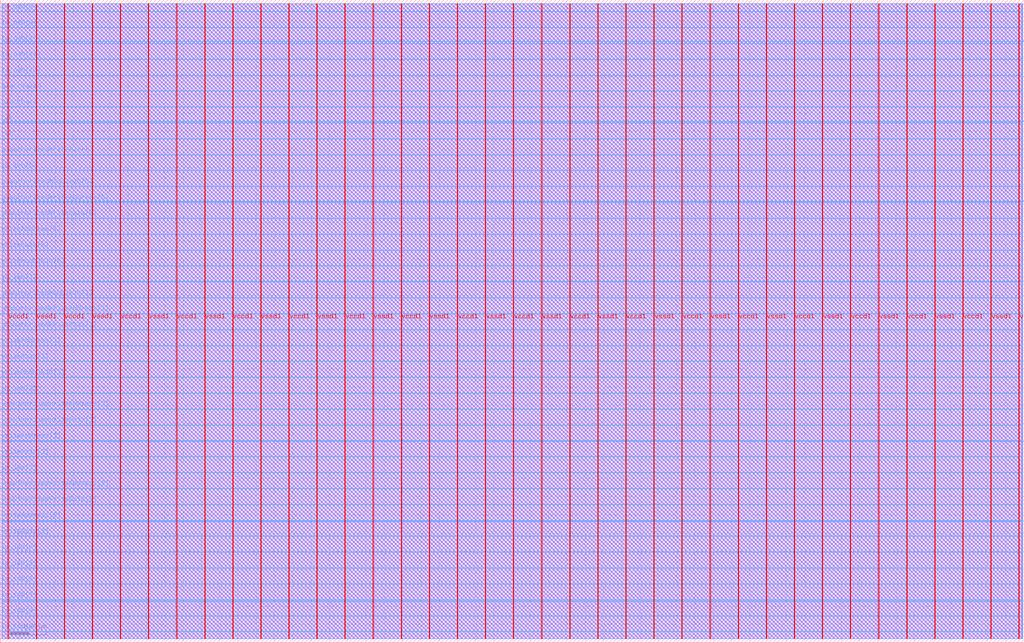
<source format=lef>
VERSION 5.7 ;
  NOWIREEXTENSIONATPIN ON ;
  DIVIDERCHAR "/" ;
  BUSBITCHARS "[]" ;
MACRO MemoryWriteMonitor
  CLASS BLOCK ;
  FOREIGN MemoryWriteMonitor ;
  ORIGIN 0.000 0.000 ;
  SIZE 2800.000 BY 1760.000 ;
  PIN alertValid
    DIRECTION OUTPUT TRISTATE ;
    USE SIGNAL ;
    ANTENNADIFFAREA 2.673000 ;
    PORT
      LAYER met3 ;
        RECT 0.000 1509.640 4.000 1510.240 ;
    END
  END alertValid
  PIN blockData
    DIRECTION OUTPUT TRISTATE ;
    USE SIGNAL ;
    ANTENNADIFFAREA 2.673000 ;
    PORT
      LAYER met3 ;
        RECT 0.000 1466.120 4.000 1466.720 ;
    END
  END blockData
  PIN clk
    DIRECTION INPUT ;
    USE SIGNAL ;
    ANTENNAGATEAREA 0.159000 ;
    ANTENNADIFFAREA 0.434700 ;
    PORT
      LAYER met3 ;
        RECT 0.000 1422.600 4.000 1423.200 ;
    END
  END clk
  PIN io_ieb[0]
    DIRECTION OUTPUT TRISTATE ;
    USE SIGNAL ;
    PORT
      LAYER met3 ;
        RECT 0.000 1292.040 4.000 1292.640 ;
    END
  END io_ieb[0]
  PIN io_ieb[1]
    DIRECTION OUTPUT TRISTATE ;
    USE SIGNAL ;
    PORT
      LAYER met3 ;
        RECT 0.000 987.400 4.000 988.000 ;
    END
  END io_ieb[1]
  PIN io_ieb[2]
    DIRECTION OUTPUT TRISTATE ;
    USE SIGNAL ;
    PORT
      LAYER met3 ;
        RECT 0.000 682.760 4.000 683.360 ;
    END
  END io_ieb[2]
  PIN io_ieb[3]
    DIRECTION OUTPUT TRISTATE ;
    USE SIGNAL ;
    PORT
      LAYER met3 ;
        RECT 0.000 465.160 4.000 465.760 ;
    END
  END io_ieb[3]
  PIN io_ieb[4]
    DIRECTION OUTPUT TRISTATE ;
    USE SIGNAL ;
    PORT
      LAYER met3 ;
        RECT 0.000 247.560 4.000 248.160 ;
    END
  END io_ieb[4]
  PIN io_ieb[5]
    DIRECTION OUTPUT TRISTATE ;
    USE SIGNAL ;
    PORT
      LAYER met3 ;
        RECT 0.000 204.040 4.000 204.640 ;
    END
  END io_ieb[5]
  PIN io_ieb[6]
    DIRECTION OUTPUT TRISTATE ;
    USE SIGNAL ;
    PORT
      LAYER met3 ;
        RECT 0.000 160.520 4.000 161.120 ;
    END
  END io_ieb[6]
  PIN io_ieb[7]
    DIRECTION OUTPUT TRISTATE ;
    USE SIGNAL ;
    PORT
      LAYER met3 ;
        RECT 0.000 117.000 4.000 117.600 ;
    END
  END io_ieb[7]
  PIN io_ieb[8]
    DIRECTION OUTPUT TRISTATE ;
    USE SIGNAL ;
    PORT
      LAYER met3 ;
        RECT 0.000 73.480 4.000 74.080 ;
    END
  END io_ieb[8]
  PIN io_ieb[9]
    DIRECTION OUTPUT TRISTATE ;
    USE SIGNAL ;
    PORT
      LAYER met3 ;
        RECT 0.000 29.960 4.000 30.560 ;
    END
  END io_ieb[9]
  PIN io_oeb[0]
    DIRECTION OUTPUT TRISTATE ;
    USE SIGNAL ;
    PORT
      LAYER met3 ;
        RECT 2796.000 112.920 2800.000 113.520 ;
    END
  END io_oeb[0]
  PIN io_oeb[10]
    DIRECTION OUTPUT TRISTATE ;
    USE SIGNAL ;
    PORT
      LAYER met3 ;
        RECT 0.000 1640.200 4.000 1640.800 ;
    END
  END io_oeb[10]
  PIN io_oeb[11]
    DIRECTION OUTPUT TRISTATE ;
    USE SIGNAL ;
    PORT
      LAYER met3 ;
        RECT 0.000 1596.680 4.000 1597.280 ;
    END
  END io_oeb[11]
  PIN io_oeb[12]
    DIRECTION OUTPUT TRISTATE ;
    USE SIGNAL ;
    PORT
      LAYER met3 ;
        RECT 0.000 1553.160 4.000 1553.760 ;
    END
  END io_oeb[12]
  PIN io_oeb[1]
    DIRECTION OUTPUT TRISTATE ;
    USE SIGNAL ;
    PORT
      LAYER met3 ;
        RECT 2796.000 331.880 2800.000 332.480 ;
    END
  END io_oeb[1]
  PIN io_oeb[2]
    DIRECTION OUTPUT TRISTATE ;
    USE SIGNAL ;
    PORT
      LAYER met3 ;
        RECT 2796.000 550.840 2800.000 551.440 ;
    END
  END io_oeb[2]
  PIN io_oeb[3]
    DIRECTION OUTPUT TRISTATE ;
    USE SIGNAL ;
    PORT
      LAYER met3 ;
        RECT 2796.000 769.800 2800.000 770.400 ;
    END
  END io_oeb[3]
  PIN io_oeb[4]
    DIRECTION OUTPUT TRISTATE ;
    USE SIGNAL ;
    PORT
      LAYER met3 ;
        RECT 2796.000 988.760 2800.000 989.360 ;
    END
  END io_oeb[4]
  PIN io_oeb[5]
    DIRECTION OUTPUT TRISTATE ;
    USE SIGNAL ;
    PORT
      LAYER met3 ;
        RECT 2796.000 1207.720 2800.000 1208.320 ;
    END
  END io_oeb[5]
  PIN io_oeb[6]
    DIRECTION OUTPUT TRISTATE ;
    USE SIGNAL ;
    PORT
      LAYER met3 ;
        RECT 2796.000 1426.680 2800.000 1427.280 ;
    END
  END io_oeb[6]
  PIN io_oeb[7]
    DIRECTION OUTPUT TRISTATE ;
    USE SIGNAL ;
    PORT
      LAYER met3 ;
        RECT 2796.000 1645.640 2800.000 1646.240 ;
    END
  END io_oeb[7]
  PIN io_oeb[8]
    DIRECTION OUTPUT TRISTATE ;
    USE SIGNAL ;
    PORT
      LAYER met3 ;
        RECT 0.000 1727.240 4.000 1727.840 ;
    END
  END io_oeb[8]
  PIN io_oeb[9]
    DIRECTION OUTPUT TRISTATE ;
    USE SIGNAL ;
    PORT
      LAYER met3 ;
        RECT 0.000 1683.720 4.000 1684.320 ;
    END
  END io_oeb[9]
  PIN rst
    DIRECTION INPUT ;
    USE SIGNAL ;
    ANTENNAGATEAREA 0.213000 ;
    PORT
      LAYER met3 ;
        RECT 0.000 1379.080 4.000 1379.680 ;
    END
  END rst
  PIN unauthorizedModuleID[0]
    DIRECTION OUTPUT TRISTATE ;
    USE SIGNAL ;
    ANTENNADIFFAREA 2.673000 ;
    PORT
      LAYER met3 ;
        RECT 0.000 1248.520 4.000 1249.120 ;
    END
  END unauthorizedModuleID[0]
  PIN unauthorizedModuleID[1]
    DIRECTION OUTPUT TRISTATE ;
    USE SIGNAL ;
    ANTENNADIFFAREA 2.673000 ;
    PORT
      LAYER met3 ;
        RECT 0.000 943.880 4.000 944.480 ;
    END
  END unauthorizedModuleID[1]
  PIN unauthorizedWriteAddress[0]
    DIRECTION OUTPUT TRISTATE ;
    USE SIGNAL ;
    ANTENNADIFFAREA 2.673000 ;
    PORT
      LAYER met3 ;
        RECT 0.000 1205.000 4.000 1205.600 ;
    END
  END unauthorizedWriteAddress[0]
  PIN unauthorizedWriteAddress[1]
    DIRECTION OUTPUT TRISTATE ;
    USE SIGNAL ;
    ANTENNADIFFAREA 2.673000 ;
    PORT
      LAYER met3 ;
        RECT 0.000 900.360 4.000 900.960 ;
    END
  END unauthorizedWriteAddress[1]
  PIN unauthorizedWriteAddress[2]
    DIRECTION OUTPUT TRISTATE ;
    USE SIGNAL ;
    ANTENNADIFFAREA 2.673000 ;
    PORT
      LAYER met3 ;
        RECT 0.000 639.240 4.000 639.840 ;
    END
  END unauthorizedWriteAddress[2]
  PIN unauthorizedWriteAddress[3]
    DIRECTION OUTPUT TRISTATE ;
    USE SIGNAL ;
    ANTENNADIFFAREA 2.673000 ;
    PORT
      LAYER met3 ;
        RECT 0.000 421.640 4.000 422.240 ;
    END
  END unauthorizedWriteAddress[3]
  PIN unauthorizedWriteAlert
    DIRECTION OUTPUT TRISTATE ;
    USE SIGNAL ;
    ANTENNADIFFAREA 2.673000 ;
    PORT
      LAYER met3 ;
        RECT 0.000 1335.560 4.000 1336.160 ;
    END
  END unauthorizedWriteAlert
  PIN unauthorizedWriteData[0]
    DIRECTION OUTPUT TRISTATE ;
    USE SIGNAL ;
    ANTENNADIFFAREA 2.673000 ;
    PORT
      LAYER met3 ;
        RECT 0.000 1161.480 4.000 1162.080 ;
    END
  END unauthorizedWriteData[0]
  PIN unauthorizedWriteData[1]
    DIRECTION OUTPUT TRISTATE ;
    USE SIGNAL ;
    ANTENNADIFFAREA 2.673000 ;
    PORT
      LAYER met3 ;
        RECT 0.000 856.840 4.000 857.440 ;
    END
  END unauthorizedWriteData[1]
  PIN unauthorizedWriteData[2]
    DIRECTION OUTPUT TRISTATE ;
    USE SIGNAL ;
    ANTENNADIFFAREA 2.673000 ;
    PORT
      LAYER met3 ;
        RECT 0.000 595.720 4.000 596.320 ;
    END
  END unauthorizedWriteData[2]
  PIN unauthorizedWriteData[3]
    DIRECTION OUTPUT TRISTATE ;
    USE SIGNAL ;
    ANTENNADIFFAREA 2.673000 ;
    PORT
      LAYER met3 ;
        RECT 0.000 378.120 4.000 378.720 ;
    END
  END unauthorizedWriteData[3]
  PIN vccd1
    DIRECTION INOUT ;
    USE POWER ;
    PORT
      LAYER met4 ;
        RECT 21.040 10.640 22.640 1749.200 ;
    END
    PORT
      LAYER met4 ;
        RECT 174.640 10.640 176.240 1749.200 ;
    END
    PORT
      LAYER met4 ;
        RECT 328.240 10.640 329.840 1749.200 ;
    END
    PORT
      LAYER met4 ;
        RECT 481.840 10.640 483.440 1749.200 ;
    END
    PORT
      LAYER met4 ;
        RECT 635.440 10.640 637.040 1749.200 ;
    END
    PORT
      LAYER met4 ;
        RECT 789.040 10.640 790.640 1749.200 ;
    END
    PORT
      LAYER met4 ;
        RECT 942.640 10.640 944.240 1749.200 ;
    END
    PORT
      LAYER met4 ;
        RECT 1096.240 10.640 1097.840 1749.200 ;
    END
    PORT
      LAYER met4 ;
        RECT 1249.840 10.640 1251.440 1749.200 ;
    END
    PORT
      LAYER met4 ;
        RECT 1403.440 10.640 1405.040 1749.200 ;
    END
    PORT
      LAYER met4 ;
        RECT 1557.040 10.640 1558.640 1749.200 ;
    END
    PORT
      LAYER met4 ;
        RECT 1710.640 10.640 1712.240 1749.200 ;
    END
    PORT
      LAYER met4 ;
        RECT 1864.240 10.640 1865.840 1749.200 ;
    END
    PORT
      LAYER met4 ;
        RECT 2017.840 10.640 2019.440 1749.200 ;
    END
    PORT
      LAYER met4 ;
        RECT 2171.440 10.640 2173.040 1749.200 ;
    END
    PORT
      LAYER met4 ;
        RECT 2325.040 10.640 2326.640 1749.200 ;
    END
    PORT
      LAYER met4 ;
        RECT 2478.640 10.640 2480.240 1749.200 ;
    END
    PORT
      LAYER met4 ;
        RECT 2632.240 10.640 2633.840 1749.200 ;
    END
    PORT
      LAYER met4 ;
        RECT 2785.840 10.640 2787.440 1749.200 ;
    END
  END vccd1
  PIN vssd1
    DIRECTION INOUT ;
    USE GROUND ;
    PORT
      LAYER met4 ;
        RECT 97.840 10.640 99.440 1749.200 ;
    END
    PORT
      LAYER met4 ;
        RECT 251.440 10.640 253.040 1749.200 ;
    END
    PORT
      LAYER met4 ;
        RECT 405.040 10.640 406.640 1749.200 ;
    END
    PORT
      LAYER met4 ;
        RECT 558.640 10.640 560.240 1749.200 ;
    END
    PORT
      LAYER met4 ;
        RECT 712.240 10.640 713.840 1749.200 ;
    END
    PORT
      LAYER met4 ;
        RECT 865.840 10.640 867.440 1749.200 ;
    END
    PORT
      LAYER met4 ;
        RECT 1019.440 10.640 1021.040 1749.200 ;
    END
    PORT
      LAYER met4 ;
        RECT 1173.040 10.640 1174.640 1749.200 ;
    END
    PORT
      LAYER met4 ;
        RECT 1326.640 10.640 1328.240 1749.200 ;
    END
    PORT
      LAYER met4 ;
        RECT 1480.240 10.640 1481.840 1749.200 ;
    END
    PORT
      LAYER met4 ;
        RECT 1633.840 10.640 1635.440 1749.200 ;
    END
    PORT
      LAYER met4 ;
        RECT 1787.440 10.640 1789.040 1749.200 ;
    END
    PORT
      LAYER met4 ;
        RECT 1941.040 10.640 1942.640 1749.200 ;
    END
    PORT
      LAYER met4 ;
        RECT 2094.640 10.640 2096.240 1749.200 ;
    END
    PORT
      LAYER met4 ;
        RECT 2248.240 10.640 2249.840 1749.200 ;
    END
    PORT
      LAYER met4 ;
        RECT 2401.840 10.640 2403.440 1749.200 ;
    END
    PORT
      LAYER met4 ;
        RECT 2555.440 10.640 2557.040 1749.200 ;
    END
    PORT
      LAYER met4 ;
        RECT 2709.040 10.640 2710.640 1749.200 ;
    END
  END vssd1
  PIN writeAddress[0]
    DIRECTION INPUT ;
    USE SIGNAL ;
    ANTENNAGATEAREA 0.196500 ;
    PORT
      LAYER met3 ;
        RECT 0.000 1117.960 4.000 1118.560 ;
    END
  END writeAddress[0]
  PIN writeAddress[1]
    DIRECTION INPUT ;
    USE SIGNAL ;
    ANTENNAGATEAREA 0.196500 ;
    PORT
      LAYER met3 ;
        RECT 0.000 813.320 4.000 813.920 ;
    END
  END writeAddress[1]
  PIN writeAddress[2]
    DIRECTION INPUT ;
    USE SIGNAL ;
    ANTENNAGATEAREA 0.196500 ;
    PORT
      LAYER met3 ;
        RECT 0.000 552.200 4.000 552.800 ;
    END
  END writeAddress[2]
  PIN writeAddress[3]
    DIRECTION INPUT ;
    USE SIGNAL ;
    ANTENNAGATEAREA 0.196500 ;
    PORT
      LAYER met3 ;
        RECT 0.000 334.600 4.000 335.200 ;
    END
  END writeAddress[3]
  PIN writeData[0]
    DIRECTION INPUT ;
    USE SIGNAL ;
    ANTENNAGATEAREA 0.213000 ;
    PORT
      LAYER met3 ;
        RECT 0.000 1074.440 4.000 1075.040 ;
    END
  END writeData[0]
  PIN writeData[1]
    DIRECTION INPUT ;
    USE SIGNAL ;
    ANTENNAGATEAREA 0.213000 ;
    PORT
      LAYER met3 ;
        RECT 0.000 769.800 4.000 770.400 ;
    END
  END writeData[1]
  PIN writeData[2]
    DIRECTION INPUT ;
    USE SIGNAL ;
    ANTENNAGATEAREA 0.213000 ;
    PORT
      LAYER met3 ;
        RECT 0.000 508.680 4.000 509.280 ;
    END
  END writeData[2]
  PIN writeData[3]
    DIRECTION INPUT ;
    USE SIGNAL ;
    ANTENNAGATEAREA 0.247500 ;
    PORT
      LAYER met3 ;
        RECT 0.000 291.080 4.000 291.680 ;
    END
  END writeData[3]
  PIN writeModuleID[0]
    DIRECTION INPUT ;
    USE SIGNAL ;
    ANTENNAGATEAREA 0.196500 ;
    PORT
      LAYER met3 ;
        RECT 0.000 1030.920 4.000 1031.520 ;
    END
  END writeModuleID[0]
  PIN writeModuleID[1]
    DIRECTION INPUT ;
    USE SIGNAL ;
    ANTENNAGATEAREA 0.159000 ;
    PORT
      LAYER met3 ;
        RECT 0.000 726.280 4.000 726.880 ;
    END
  END writeModuleID[1]
  OBS
      LAYER li1 ;
        RECT 5.520 10.795 2794.040 1749.045 ;
      LAYER met1 ;
        RECT 4.670 10.640 2795.350 1749.200 ;
      LAYER met2 ;
        RECT 4.690 10.695 2795.330 1749.145 ;
      LAYER met3 ;
        RECT 4.000 1728.240 2796.000 1749.125 ;
        RECT 4.400 1726.840 2796.000 1728.240 ;
        RECT 4.000 1684.720 2796.000 1726.840 ;
        RECT 4.400 1683.320 2796.000 1684.720 ;
        RECT 4.000 1646.640 2796.000 1683.320 ;
        RECT 4.000 1645.240 2795.600 1646.640 ;
        RECT 4.000 1641.200 2796.000 1645.240 ;
        RECT 4.400 1639.800 2796.000 1641.200 ;
        RECT 4.000 1597.680 2796.000 1639.800 ;
        RECT 4.400 1596.280 2796.000 1597.680 ;
        RECT 4.000 1554.160 2796.000 1596.280 ;
        RECT 4.400 1552.760 2796.000 1554.160 ;
        RECT 4.000 1510.640 2796.000 1552.760 ;
        RECT 4.400 1509.240 2796.000 1510.640 ;
        RECT 4.000 1467.120 2796.000 1509.240 ;
        RECT 4.400 1465.720 2796.000 1467.120 ;
        RECT 4.000 1427.680 2796.000 1465.720 ;
        RECT 4.000 1426.280 2795.600 1427.680 ;
        RECT 4.000 1423.600 2796.000 1426.280 ;
        RECT 4.400 1422.200 2796.000 1423.600 ;
        RECT 4.000 1380.080 2796.000 1422.200 ;
        RECT 4.400 1378.680 2796.000 1380.080 ;
        RECT 4.000 1336.560 2796.000 1378.680 ;
        RECT 4.400 1335.160 2796.000 1336.560 ;
        RECT 4.000 1293.040 2796.000 1335.160 ;
        RECT 4.400 1291.640 2796.000 1293.040 ;
        RECT 4.000 1249.520 2796.000 1291.640 ;
        RECT 4.400 1248.120 2796.000 1249.520 ;
        RECT 4.000 1208.720 2796.000 1248.120 ;
        RECT 4.000 1207.320 2795.600 1208.720 ;
        RECT 4.000 1206.000 2796.000 1207.320 ;
        RECT 4.400 1204.600 2796.000 1206.000 ;
        RECT 4.000 1162.480 2796.000 1204.600 ;
        RECT 4.400 1161.080 2796.000 1162.480 ;
        RECT 4.000 1118.960 2796.000 1161.080 ;
        RECT 4.400 1117.560 2796.000 1118.960 ;
        RECT 4.000 1075.440 2796.000 1117.560 ;
        RECT 4.400 1074.040 2796.000 1075.440 ;
        RECT 4.000 1031.920 2796.000 1074.040 ;
        RECT 4.400 1030.520 2796.000 1031.920 ;
        RECT 4.000 989.760 2796.000 1030.520 ;
        RECT 4.000 988.400 2795.600 989.760 ;
        RECT 4.400 988.360 2795.600 988.400 ;
        RECT 4.400 987.000 2796.000 988.360 ;
        RECT 4.000 944.880 2796.000 987.000 ;
        RECT 4.400 943.480 2796.000 944.880 ;
        RECT 4.000 901.360 2796.000 943.480 ;
        RECT 4.400 899.960 2796.000 901.360 ;
        RECT 4.000 857.840 2796.000 899.960 ;
        RECT 4.400 856.440 2796.000 857.840 ;
        RECT 4.000 814.320 2796.000 856.440 ;
        RECT 4.400 812.920 2796.000 814.320 ;
        RECT 4.000 770.800 2796.000 812.920 ;
        RECT 4.400 769.400 2795.600 770.800 ;
        RECT 4.000 727.280 2796.000 769.400 ;
        RECT 4.400 725.880 2796.000 727.280 ;
        RECT 4.000 683.760 2796.000 725.880 ;
        RECT 4.400 682.360 2796.000 683.760 ;
        RECT 4.000 640.240 2796.000 682.360 ;
        RECT 4.400 638.840 2796.000 640.240 ;
        RECT 4.000 596.720 2796.000 638.840 ;
        RECT 4.400 595.320 2796.000 596.720 ;
        RECT 4.000 553.200 2796.000 595.320 ;
        RECT 4.400 551.840 2796.000 553.200 ;
        RECT 4.400 551.800 2795.600 551.840 ;
        RECT 4.000 550.440 2795.600 551.800 ;
        RECT 4.000 509.680 2796.000 550.440 ;
        RECT 4.400 508.280 2796.000 509.680 ;
        RECT 4.000 466.160 2796.000 508.280 ;
        RECT 4.400 464.760 2796.000 466.160 ;
        RECT 4.000 422.640 2796.000 464.760 ;
        RECT 4.400 421.240 2796.000 422.640 ;
        RECT 4.000 379.120 2796.000 421.240 ;
        RECT 4.400 377.720 2796.000 379.120 ;
        RECT 4.000 335.600 2796.000 377.720 ;
        RECT 4.400 334.200 2796.000 335.600 ;
        RECT 4.000 332.880 2796.000 334.200 ;
        RECT 4.000 331.480 2795.600 332.880 ;
        RECT 4.000 292.080 2796.000 331.480 ;
        RECT 4.400 290.680 2796.000 292.080 ;
        RECT 4.000 248.560 2796.000 290.680 ;
        RECT 4.400 247.160 2796.000 248.560 ;
        RECT 4.000 205.040 2796.000 247.160 ;
        RECT 4.400 203.640 2796.000 205.040 ;
        RECT 4.000 161.520 2796.000 203.640 ;
        RECT 4.400 160.120 2796.000 161.520 ;
        RECT 4.000 118.000 2796.000 160.120 ;
        RECT 4.400 116.600 2796.000 118.000 ;
        RECT 4.000 113.920 2796.000 116.600 ;
        RECT 4.000 112.520 2795.600 113.920 ;
        RECT 4.000 74.480 2796.000 112.520 ;
        RECT 4.400 73.080 2796.000 74.480 ;
        RECT 4.000 30.960 2796.000 73.080 ;
        RECT 4.400 29.560 2796.000 30.960 ;
        RECT 4.000 10.715 2796.000 29.560 ;
  END
END MemoryWriteMonitor
END LIBRARY


</source>
